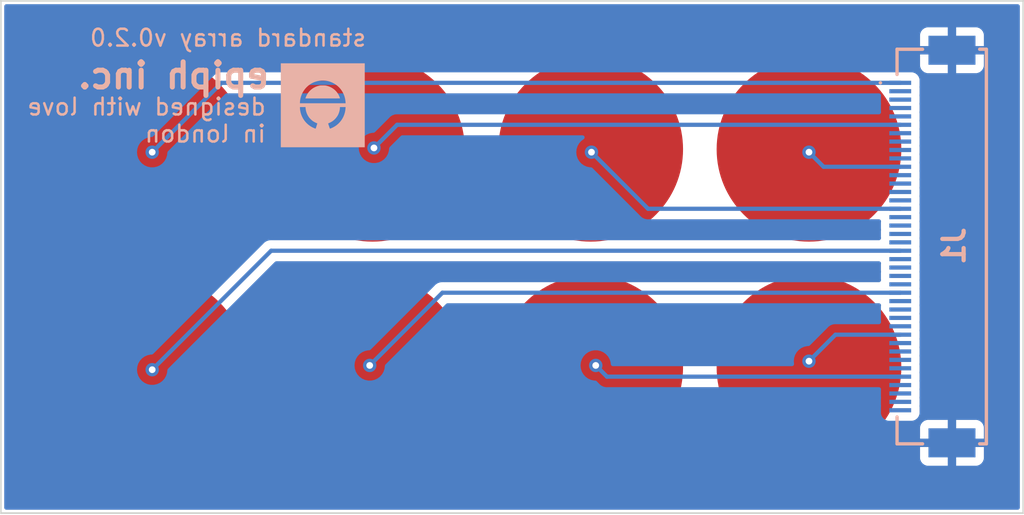
<source format=kicad_pcb>
(kicad_pcb (version 20221018) (generator pcbnew)
  (layers (0 "F.Cu" signal) (31 "B.Cu" signal) (34 "B.Paste" user) (35 "F.Paste" user) (36 "B.SilkS" user "B.Silkscreen") (37 "F.SilkS" user "F.Silkscreen") (38 "B.Mask" user) (39 "F.Mask" user) (44 "Edge.Cuts" user))
  (net 0 "")
  (net 1 "/NODE_1")
  (net 2 "/FIN1_1")
  (net 3 "/FIN2_1")
  (net 4 "/FIN3_1")
  (net 5 "/FIN4_1")
  (net 6 "/NODE_2")
  (net 7 "/FIN1_2")
  (net 8 "/FIN2_2")
  (net 9 "/FIN3_2")
  (net 10 "/FIN4_2")
  (net 11 "/NODE_3")
  (net 12 "/FIN1_3")
  (net 13 "/FIN2_3")
  (net 14 "/FIN3_3")
  (net 15 "/FIN4_3")
  (net 16 "/NODE_4")
  (net 17 "/FIN1_4")
  (net 18 "/FIN2_4")
  (net 19 "/FIN3_4")
  (net 20 "/FIN4_4")
  (net 21 "/NODE_5")
  (net 22 "/FIN1_5")
  (net 23 "/FIN2_5")
  (net 24 "/FIN3_5")
  (net 25 "/FIN4_5")
  (net 26 "/NODE_6")
  (net 27 "/FIN1_6")
  (net 28 "/FIN2_6")
  (net 29 "/FIN3_6")
  (net 30 "/FIN4_6")
  (net 31 "/NODE_7")
  (net 32 "/FIN1_7")
  (net 33 "/FIN2_7")
  (net 34 "/FIN4_7")
  (net 35 "/NODE_8")
  (net 36 "/FIN1_8")
  (net 37 "/FIN2_8")
  (net 38 "/FIN3_8")
  (net 39 "/FIN4_8")
  (net 41 "GND")
  (footprint "Epiph:electrode-grid-2x4-(circle-11-13IED)" (layer "F.Cu") (at 52.451 33.782)
    (fp_text reference "J2" hide)
    (fp_text value "Conn_01x08" hide)
    (pad "1" smd circle (at -19.315 -7.285) (size 11 11) (layers "F.Cu" "F.Paste" "F.Mask") (net 1 "/NODE_1"))
    (pad "2" smd circle (at -6.315 -7.285) (size 11 11) (layers "F.Cu" "F.Paste" "F.Mask") (net 6 "/NODE_2"))
    (pad "3" smd circle (at 6.685 -7.285) (size 11 11) (layers "F.Cu" "F.Paste" "F.Mask") (net 11 "/NODE_3"))
    (pad "4" smd circle (at 19.685 -7.285) (size 11 11) (layers "F.Cu" "F.Paste" "F.Mask") (net 16 "/NODE_4"))
    (pad "5" smd circle (at -19.315 5.715) (size 11 11) (layers "F.Cu" "F.Paste" "F.Mask") (net 21 "/NODE_5"))
    (pad "6" smd circle (at -6.315 5.715) (size 11 11) (layers "F.Cu" "F.Paste" "F.Mask") (net 26 "/NODE_6"))
    (pad "7" smd circle (at 6.685 5.715) (size 11 11) (layers "F.Cu" "F.Paste" "F.Mask") (net 31 "/NODE_7"))
    (pad "8" smd circle (at 19.685 5.715) (size 11 11) (layers "F.Cu" "F.Paste" "F.Mask") (net 35 "/NODE_8"))
  )
  (footprint "Misc[Personal]:epiph_logo" (layer "B.Cu") (at 43.18 23.876 180)
    (fp_text reference "G***" hide)
    (fp_text value "LOGO" hide)
    (fp_poly (pts (xy 0.050357 1.182567) (xy 0.090089 1.182012) (xy 0.121903 1.180784) (xy 0.148503 1.178693) (xy 0.172596 1.175551) (xy 0.196886 1.171168) (xy 0.213333 1.167723) (xy 0.331175 1.135711) (xy 0.442841 1.092394) (xy 0.547681 1.03827) (xy 0.645049 0.973839) (xy 0.734295 0.8996) (xy 0.814772 0.816052) (xy 0.885832 0.723693) (xy 0.946826 0.623023) (xy 0.963719 0.58994) (xy 0.974224 0.567095) (xy 0.986344 0.538622) (xy 0.99899 0.507355) (xy 1.011075 0.476125) (xy 1.02151 0.447763) (xy 1.029208 0.425103) (xy 1.033079 0.410975) (xy 1.033333 0.40875) (xy 1.026786 0.408515) (xy 1.007624 0.408288) (xy 0.976564 0.40807) (xy 0.934326 0.407862) (xy 0.881626 0.407665) (xy 0.819183 0.407482) (xy 0.747716 0.407314) (xy 0.667941 0.407162) (xy 0.580578 0.407027) (xy 0.486344 0.406912) (xy 0.385957 0.406817) (xy 0.280135 0.406744) (xy 0.169597 0.406694) (xy 0.055061 0.40667) (xy 0.003333 0.406667) (xy -0.150638 0.406704) (xy -0.291462 0.406815) (xy -0.419326 0.407003) (xy -0.534417 0.407267) (xy -0.636921 0.40761) (xy -0.727026 0.408032) (xy -0.804917 0.408536) (xy -0.870782 0.409121) (xy -0.924807 0.40979) (xy -0.967179 0.410543) (xy -0.998084 0.411383) (xy -1.017709 0.41231) (xy -1.026241 0.413325) (xy -1.026667 0.413625) (xy -1.024451 0.422459) (xy -1.018472 0.440775) (xy -1.009731 0.465606) (xy -1.002497 0.485292) (xy -0.953957 0.596986) (xy -0.895034 0.700535) (xy -0.826212 0.795524) (xy -0.747973 0.881538) (xy -0.660797 0.958163) (xy -0.565169 1.024984) (xy -0.461569 1.081586) (xy -0.350479 1.127555) (xy -0.232382 1.162474) (xy -0.209297 1.167803) (xy -0.184375 1.172899) (xy -0.160483 1.17669) (xy -0.134965 1.179364) (xy -0.105164 1.18111) (xy -0.068422 1.182115) (xy -0.022082 1.182569) (xy 0 1.182639)) (fill solid) (layer "B.SilkS"))
    (fp_poly (pts (xy 2.5 0) (xy 2.5 -2.5) (xy 0 -2.5) (xy -2.5 -2.5) (xy -2.5 -0.106666) (xy -1.35874 -0.106666) (xy -1.355638 -0.161666) (xy -1.341539 -0.298141) (xy -1.31515 -0.430286) (xy -1.276913 -0.557483) (xy -1.227266 -0.679116) (xy -1.16665 -0.79457) (xy -1.095505 -0.903227) (xy -1.014271 -1.004471) (xy -0.923388 -1.097687) (xy -0.823295 -1.182257) (xy -0.714433 -1.257566) (xy -0.597242 -1.322996) (xy -0.493334 -1.369613) (xy -0.46737 -1.379566) (xy -0.445584 -1.387028) (xy -0.431262 -1.390913) (xy -0.428051 -1.391195) (xy -0.423357 -1.384697) (xy -0.415332 -1.367033) (xy -0.404587 -1.339775) (xy -0.391736 -1.304496) (xy -0.377388 -1.262766) (xy -0.373364 -1.25068) (xy -0.356307 -1.199301) (xy -0.34306 -1.159162) (xy -0.333477 -1.128771) (xy -0.327409 -1.106636) (xy -0.324708 -1.091266) (xy -0.32516 -1.082435) (xy 0.326666 -1.082435) (xy 0.328615 -1.090248) (xy 0.333992 -1.108524) (xy 0.342096 -1.135052) (xy 0.352223 -1.167617) (xy 0.363673 -1.204007) (xy 0.375741 -1.242008) (xy 0.387727 -1.279407) (xy 0.398927 -1.313991) (xy 0.40864 -1.343547) (xy 0.416162 -1.365862) (xy 0.420252 -1.377331) (xy 0.426091 -1.389331) (xy 0.430086 -1.393333) (xy 0.437554 -1.391079) (xy 0.45448 -1.385033) (xy 0.477911 -1.376267) (xy 0.491917 -1.370899) (xy 0.613645 -1.316898) (xy 0.728221 -1.252015) (xy 0.835106 -1.176946) (xy 0.93376 -1.092386) (xy 1.023643 -0.999033) (xy 1.104216 -0.897583) (xy 1.174938 -0.788731) (xy 1.235271 -0.673175) (xy 1.284674 -0.551609) (xy 1.322607 -0.424732) (xy 1.348531 -0.293237) (xy 1.353016 -0.260174) (xy 1.356473 -0.225813) (xy 1.35897 -0.18878) (xy 1.359996 -0.156769) (xy 1.36 -0.155174) (xy 1.36 -0.106666) (xy 1.194335 -0.106666) (xy 1.02867 -0.106666) (xy 1.024226 -0.174488) (xy 1.01073 -0.282894) (xy 0.984899 -0.391243) (xy 0.947543 -0.497263) (xy 0.899477 -0.598686) (xy 0.841512 -0.693241) (xy 0.835411 -0.701937) (xy 0.803454 -0.742896) (xy 0.763477 -0.787922) (xy 0.718667 -0.833853) (xy 0.672208 -0.877528) (xy 0.627284 -0.915783) (xy 0.596845 -0.938784) (xy 0.56567 -0.95931) (xy 0.52816 -0.981798) (xy 0.487308 -1.004665) (xy 0.44611 -1.026331) (xy 0.407558 -1.045213) (xy 0.374646 -1.059728) (xy 0.353433 -1.067424) (xy 0.336881 -1.07389) (xy 0.327479 -1.080484) (xy 0.326666 -1.082435) (xy -0.32516 -1.082435) (xy -0.325225 -1.081169) (xy -0.328812 -1.074853) (xy -0.335321 -1.070826) (xy -0.344602 -1.067596) (xy -0.354828 -1.064271) (xy -0.394198 -1.048478) (xy -0.440243 -1.026795) (xy -0.488963 -1.00132) (xy -0.536357 -0.974148) (xy -0.578425 -0.947377) (xy -0.580405 -0.946027) (xy -0.65893 -0.88544) (xy -0.733932 -0.814352) (xy -0.802846 -0.735558) (xy -0.863107 -0.651857) (xy -0.888641 -0.61) (xy -0.925685 -0.537435) (xy -0.957903 -0.458395) (xy -0.984369 -0.376136) (xy -1.004151 -0.293915) (xy -1.016322 -0.214988) (xy -1.02 -0.149517) (xy -1.02 -0.106666) (xy -1.18937 -0.106666) (xy -1.35874 -0.106666) (xy -2.5 -0.106666) (xy -2.5 0) (xy -2.5 0.12) (xy -1.35874 0.12) (xy 0.00063 0.12) (xy 1.36 0.12) (xy 1.36 0.168509) (xy 1.359078 0.199972) (xy 1.356655 0.236921) (xy 1.353242 0.27166) (xy 1.353016 0.273509) (xy 1.330198 0.405724) (xy 1.29529 0.533533) (xy 1.248854 0.656236) (xy 1.191449 0.773137) (xy 1.123636 0.883538) (xy 1.045976 0.986741) (xy 0.959028 1.082049) (xy 0.863354 1.168764) (xy 0.759513 1.246188) (xy 0.648066 1.313625) (xy 0.529574 1.370376) (xy 0.446312 1.402146) (xy 0.325258 1.437165) (xy 0.199588 1.460928) (xy 0.071455 1.473325) (xy -0.05699 1.474247) (xy -0.183595 1.463586) (xy -0.306208 1.441231) (xy -0.30923 1.440515) (xy -0.434768 1.403945) (xy -0.556193 1.355373) (xy -0.672445 1.295541) (xy -0.782463 1.22519) (xy -0.885186 1.14506) (xy -0.979555 1.055892) (xy -1.064509 0.958428) (xy -1.130454 0.866667) (xy -1.198797 0.751077) (xy -1.254537 0.632716) (xy -1.298005 0.510569) (xy -1.329532 0.383621) (xy -1.349446 0.250859) (xy -1.355569 0.175) (xy -1.35874 0.12) (xy -2.5 0.12) (xy -2.5 2.5) (xy 0 2.5) (xy 2.5 2.5)) (fill solid) (layer "B.SilkS"))
  )
  (footprint "Misc[Personal]:F32D1A7Y121040" (layer "B.Cu") (at 80.041 32.289 -90)
    (fp_text reference "J1" (at -0.031 -0.731 -90) (layer "B.SilkS") (effects (font (size 1.27 1.27) (thickness 0.254)) (justify mirror)))
    (fp_text value "PINOUT" hide)
    (fp_line (start -11.75 -2.66) (end -11.75 -2.26) (stroke (width 0.2)) (layer "B.SilkS"))
    (fp_line (start -11.75 1.14) (end -11.75 2.66) (stroke (width 0.2)) (layer "B.SilkS"))
    (fp_line (start -11.75 2.66) (end -10.25 2.66) (stroke (width 0.2)) (layer "B.SilkS"))
    (fp_line (start -9.75 3.6) (end -9.75 3.6) (stroke (width 0.1)) (layer "B.SilkS"))
    (fp_line (start -9.75 3.7) (end -9.75 3.7) (stroke (width 0.1)) (layer "B.SilkS"))
    (fp_line (start 10.15 2.66) (end 11.75 2.66) (stroke (width 0.2)) (layer "B.SilkS"))
    (fp_line (start 11.75 -2.66) (end -11.75 -2.66) (stroke (width 0.2)) (layer "B.SilkS"))
    (fp_line (start 11.75 -2.26) (end 11.75 -2.66) (stroke (width 0.2)) (layer "B.SilkS"))
    (fp_line (start 11.75 2.66) (end 11.75 1.14) (stroke (width 0.2)) (layer "B.SilkS"))
    (fp_arc (start -9.75 3.6) (mid -9.7 3.65) (end -9.75 3.7) (stroke (width 0.1)) (layer "B.SilkS"))
    (fp_arc (start -9.75 3.7) (mid -9.8 3.65) (end -9.75 3.6) (stroke (width 0.1)) (layer "B.SilkS"))
    (pad "1" smd rect (at -9.75 2.47 270) (size 0.25 1.3) (layers "B.Cu" "B.Paste" "B.Mask") (net 1 "/NODE_1"))
    (pad "2" smd rect (at -9.25 2.47 270) (size 0.25 1.3) (layers "B.Cu" "B.Paste" "B.Mask") (net 2 "/FIN1_1"))
    (pad "3" smd rect (at -8.75 2.47 270) (size 0.25 1.3) (layers "B.Cu" "B.Paste" "B.Mask") (net 3 "/FIN2_1"))
    (pad "4" smd rect (at -8.25 2.47 270) (size 0.25 1.3) (layers "B.Cu" "B.Paste" "B.Mask") (net 4 "/FIN3_1"))
    (pad "5" smd rect (at -7.75 2.47 270) (size 0.25 1.3) (layers "B.Cu" "B.Paste" "B.Mask") (net 5 "/FIN4_1"))
    (pad "6" smd rect (at -7.25 2.47 270) (size 0.25 1.3) (layers "B.Cu" "B.Paste" "B.Mask") (net 6 "/NODE_2"))
    (pad "7" smd rect (at -6.75 2.47 270) (size 0.25 1.3) (layers "B.Cu" "B.Paste" "B.Mask") (net 7 "/FIN1_2"))
    (pad "8" smd rect (at -6.25 2.47 270) (size 0.25 1.3) (layers "B.Cu" "B.Paste" "B.Mask") (net 8 "/FIN2_2"))
    (pad "9" smd rect (at -5.75 2.47 270) (size 0.25 1.3) (layers "B.Cu" "B.Paste" "B.Mask") (net 9 "/FIN3_2"))
    (pad "10" smd rect (at -5.25 2.47 270) (size 0.25 1.3) (layers "B.Cu" "B.Paste" "B.Mask") (net 10 "/FIN4_2"))
    (pad "11" smd rect (at -4.75 2.47 270) (size 0.25 1.3) (layers "B.Cu" "B.Paste" "B.Mask") (net 16 "/NODE_4"))
    (pad "12" smd rect (at -4.25 2.47 270) (size 0.25 1.3) (layers "B.Cu" "B.Paste" "B.Mask") (net 17 "/FIN1_4"))
    (pad "13" smd rect (at -3.75 2.47 270) (size 0.25 1.3) (layers "B.Cu" "B.Paste" "B.Mask") (net 18 "/FIN2_4"))
    (pad "14" smd rect (at -3.25 2.47 270) (size 0.25 1.3) (layers "B.Cu" "B.Paste" "B.Mask") (net 19 "/FIN3_4"))
    (pad "15" smd rect (at -2.75 2.47 270) (size 0.25 1.3) (layers "B.Cu" "B.Paste" "B.Mask") (net 20 "/FIN4_4"))
    (pad "16" smd rect (at -2.25 2.47 270) (size 0.25 1.3) (layers "B.Cu" "B.Paste" "B.Mask") (net 11 "/NODE_3"))
    (pad "17" smd rect (at -1.75 2.47 270) (size 0.25 1.3) (layers "B.Cu" "B.Paste" "B.Mask") (net 12 "/FIN1_3"))
    (pad "18" smd rect (at -1.25 2.47 270) (size 0.25 1.3) (layers "B.Cu" "B.Paste" "B.Mask") (net 13 "/FIN2_3"))
    (pad "19" smd rect (at -0.75 2.47 270) (size 0.25 1.3) (layers "B.Cu" "B.Paste" "B.Mask") (net 14 "/FIN3_3"))
    (pad "20" smd rect (at -0.25 2.47 270) (size 0.25 1.3) (layers "B.Cu" "B.Paste" "B.Mask") (net 15 "/FIN4_3"))
    (pad "21" smd rect (at 0.25 2.47 270) (size 0.25 1.3) (layers "B.Cu" "B.Paste" "B.Mask") (net 21 "/NODE_5"))
    (pad "22" smd rect (at 0.75 2.47 270) (size 0.25 1.3) (layers "B.Cu" "B.Paste" "B.Mask") (net 22 "/FIN1_5"))
    (pad "23" smd rect (at 1.25 2.47 270) (size 0.25 1.3) (layers "B.Cu" "B.Paste" "B.Mask") (net 23 "/FIN2_5"))
    (pad "24" smd rect (at 1.75 2.47 270) (size 0.25 1.3) (layers "B.Cu" "B.Paste" "B.Mask") (net 24 "/FIN3_5"))
    (pad "25" smd rect (at 2.25 2.47 270) (size 0.25 1.3) (layers "B.Cu" "B.Paste" "B.Mask") (net 25 "/FIN4_5"))
    (pad "26" smd rect (at 2.75 2.47 270) (size 0.25 1.3) (layers "B.Cu" "B.Paste" "B.Mask") (net 26 "/NODE_6"))
    (pad "27" smd rect (at 3.25 2.47 270) (size 0.25 1.3) (layers "B.Cu" "B.Paste" "B.Mask") (net 27 "/FIN1_6"))
    (pad "28" smd rect (at 3.75 2.47 270) (size 0.25 1.3) (layers "B.Cu" "B.Paste" "B.Mask") (net 28 "/FIN2_6"))
    (pad "29" smd rect (at 4.25 2.47 270) (size 0.25 1.3) (layers "B.Cu" "B.Paste" "B.Mask") (net 29 "/FIN3_6"))
    (pad "30" smd rect (at 4.75 2.47 270) (size 0.25 1.3) (layers "B.Cu" "B.Paste" "B.Mask") (net 30 "/FIN4_6"))
    (pad "31" smd rect (at 5.25 2.47 270) (size 0.25 1.3) (layers "B.Cu" "B.Paste" "B.Mask") (net 35 "/NODE_8"))
    (pad "32" smd rect (at 5.75 2.47 270) (size 0.25 1.3) (layers "B.Cu" "B.Paste" "B.Mask") (net 36 "/FIN1_8"))
    (pad "33" smd rect (at 6.25 2.47 270) (size 0.25 1.3) (layers "B.Cu" "B.Paste" "B.Mask") (net 37 "/FIN2_8"))
    (pad "34" smd rect (at 6.75 2.47 270) (size 0.25 1.3) (layers "B.Cu" "B.Paste" "B.Mask") (net 38 "/FIN3_8"))
    (pad "35" smd rect (at 7.25 2.47 270) (size 0.25 1.3) (layers "B.Cu" "B.Paste" "B.Mask") (net 39 "/FIN4_8"))
    (pad "36" smd rect (at 7.75 2.47 270) (size 0.25 1.3) (layers "B.Cu" "B.Paste" "B.Mask") (net 31 "/NODE_7"))
    (pad "37" smd rect (at 8.25 2.47 270) (size 0.25 1.3) (layers "B.Cu" "B.Paste" "B.Mask") (net 32 "/FIN1_7"))
    (pad "38" smd rect (at 8.75 2.47 270) (size 0.25 1.3) (layers "B.Cu" "B.Paste" "B.Mask") (net 33 "/FIN2_7"))
    (pad "39" smd rect (at 9.25 2.47 270) (size 0.25 1.3) (layers "B.Cu" "B.Paste" "B.Mask"))
    (pad "40" smd rect (at 9.75 2.47 270) (size 0.25 1.3) (layers "B.Cu" "B.Paste" "B.Mask") (net 34 "/FIN4_7"))
    (pad "MP1" smd rect (at -11.69 -0.61 270) (size 1.73 2.8) (layers "B.Cu" "B.Paste" "B.Mask") (net 41 "GND"))
    (pad "MP2" smd rect (at 11.69 -0.61 270) (size 1.73 2.8) (layers "B.Cu" "B.Paste" "B.Mask") (net 41 "GND"))
  )
  (gr_rect (start 24.006 17.656) (end 84.895 48.164) (stroke (width 0.1)) (fill none) (layer "Edge.Cuts"))
  (gr_text "designed with love\nin london" (at 39.878 26.162) (layer "B.SilkS") (effects (font (size 1 1)) (justify left bottom mirror)))
  (gr_text "standard array v0.2.0" (at 45.847 20.447) (layer "B.SilkS") (effects (font (size 1 1)) (justify left bottom mirror)))
  (gr_text "epiph inc." (at 40.132 22.987) (layer "B.SilkS") (effects (font (size 1.5 1.5) (thickness 0.3) bold) (justify left bottom mirror)))
  (segment (start 33.136 26.497) (end 33.136 26.554) (width 0.25) (layer "F.Cu") (net 1))
  (segment (start 33.136 26.554) (end 33.02 26.67) (width 0.25) (layer "F.Cu") (net 1))
  (via (at 33.02 26.67) (size 0.8) (drill 0.4) (layers "F.Cu" "B.Cu") (net 1))
  (segment (start 37.151 22.539) (end 77.571 22.539) (width 0.25) (layer "B.Cu") (net 1))
  (segment (start 33.02 26.67) (end 37.151 22.539) (width 0.25) (layer "B.Cu") (net 1))
  (segment (start 46.147 26.497) (end 46.228 26.416) (width 0.25) (layer "F.Cu") (net 6))
  (segment (start 46.136 26.497) (end 46.147 26.497) (width 0.25) (layer "F.Cu") (net 6))
  (via (at 46.228 26.416) (size 0.8) (drill 0.4) (layers "F.Cu" "B.Cu") (net 6))
  (segment (start 46.228 26.416) (end 47.605 25.039) (width 0.25) (layer "B.Cu") (net 6))
  (segment (start 47.605 25.039) (end 77.571 25.039) (width 0.25) (layer "B.Cu") (net 6))
  (segment (start 59.136 26.497) (end 59.136 26.624) (width 0.25) (layer "F.Cu") (net 11))
  (segment (start 59.136 26.624) (end 59.182 26.67) (width 0.25) (layer "F.Cu") (net 11))
  (via (at 59.182 26.67) (size 0.8) (drill 0.4) (layers "F.Cu" "B.Cu") (net 11))
  (segment (start 62.551 30.039) (end 77.571 30.039) (width 0.25) (layer "B.Cu") (net 11))
  (segment (start 59.182 26.67) (end 62.551 30.039) (width 0.25) (layer "B.Cu") (net 11))
  (segment (start 72.136 26.497) (end 72.136 26.67) (width 0.25) (layer "F.Cu") (net 16))
  (via (at 72.136 26.67) (size 0.8) (drill 0.4) (layers "F.Cu" "B.Cu") (net 16))
  (segment (start 73.005 27.539) (end 77.571 27.539) (width 0.25) (layer "B.Cu") (net 16))
  (segment (start 72.136 26.67) (end 73.005 27.539) (width 0.25) (layer "B.Cu") (net 16))
  (segment (start 33.136 39.508) (end 33.02 39.624) (width 0.25) (layer "F.Cu") (net 21))
  (segment (start 33.136 39.497) (end 33.136 39.508) (width 0.25) (layer "F.Cu") (net 21))
  (via (at 33.02 39.624) (size 0.8) (drill 0.4) (layers "F.Cu" "B.Cu") (net 21))
  (segment (start 40.105 32.539) (end 77.571 32.539) (width 0.25) (layer "B.Cu") (net 21))
  (segment (start 33.02 39.624) (end 40.105 32.539) (width 0.25) (layer "B.Cu") (net 21))
  (segment (start 46.101 39.497) (end 45.974 39.37) (width 0.25) (layer "F.Cu") (net 26))
  (segment (start 46.136 39.497) (end 46.101 39.497) (width 0.25) (layer "F.Cu") (net 26))
  (via (at 45.974 39.37) (size 0.8) (drill 0.4) (layers "F.Cu" "B.Cu") (net 26))
  (segment (start 45.974 39.37) (end 50.305 35.039) (width 0.25) (layer "B.Cu") (net 26))
  (segment (start 50.305 35.039) (end 77.571 35.039) (width 0.25) (layer "B.Cu") (net 26))
  (segment (start 59.136 39.497) (end 59.309 39.497) (width 0.25) (layer "F.Cu") (net 31))
  (segment (start 59.309 39.497) (end 59.436 39.37) (width 0.25) (layer "F.Cu") (net 31))
  (via (at 59.436 39.37) (size 0.8) (drill 0.4) (layers "F.Cu" "B.Cu") (net 31))
  (segment (start 59.436 39.37) (end 60.105 40.039) (width 0.25) (layer "B.Cu") (net 31))
  (segment (start 60.105 40.039) (end 77.571 40.039) (width 0.25) (layer "B.Cu") (net 31))
  (segment (start 72.136 39.497) (end 72.136 39.116) (width 0.25) (layer "F.Cu") (net 35))
  (via (at 72.136 39.116) (size 0.8) (drill 0.4) (layers "F.Cu" "B.Cu") (net 35))
  (segment (start 73.713 37.539) (end 77.571 37.539) (width 0.25) (layer "B.Cu") (net 35))
  (segment (start 72.136 39.116) (end 73.713 37.539) (width 0.25) (layer "B.Cu") (net 35))
  (zone (net 41) (net_name "GND") (layer "B.Cu") (connect_pads (clearance 0.5)) (min_thickness 0.25) (fill yes (thermal_gap 0.5) (thermal_bridge_width 0.5))
    (polygon (pts (xy 24.034 17.811) (xy 84.867 17.684) (xy 84.867 48.164) (xy 24.034 48.291)))
  )
)
</source>
